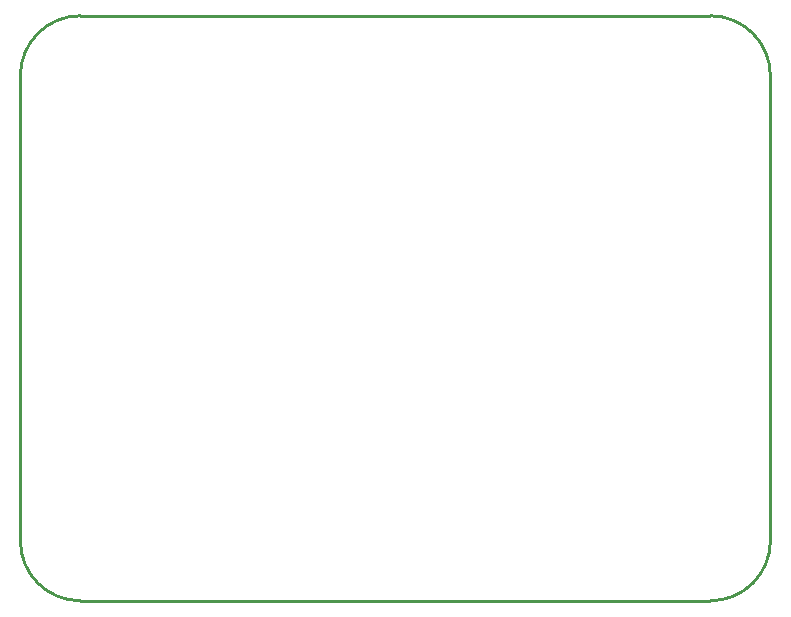
<source format=gko>
%FSDAX24Y24*%
%MOIN*%
%SFA1B1*%

%IPPOS*%
%ADD21C,0.010000*%
%LN7april_pcb-1*%
%LPD*%
G54D21*
X023001Y015500D02*
D01*
D01*
G75*
G03X021000Y017501I-2001J0D01*
G74*G01*
Y-002001D02*
D01*
D01*
G75*
G03X023001Y000000I0J2001D01*
G74*G01*
X-002001D02*
D01*
D01*
G75*
G03X000000Y-002001I2001J0D01*
G74*G01*
Y017501D02*
D01*
D01*
G75*
G03X-002001Y015500I0J-2001D01*
G74*G01*
X-002000Y000000D02*
Y015500D01*
X000000Y-002000D02*
X021000D01*
X023000Y000000D02*
Y015500D01*
X000000Y017500D02*
X021000D01*
M02*
</source>
